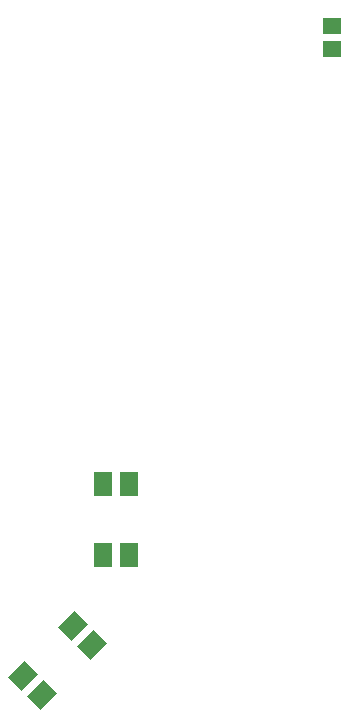
<source format=gbp>
G04 Layer_Color=128*
%FSLAX25Y25*%
%MOIN*%
G70*
G01*
G75*
%ADD10R,0.05906X0.05512*%
%ADD11R,0.06299X0.07874*%
G04:AMPARAMS|DCode=12|XSize=78.74mil|YSize=62.99mil|CornerRadius=0mil|HoleSize=0mil|Usage=FLASHONLY|Rotation=225.000|XOffset=0mil|YOffset=0mil|HoleType=Round|Shape=Rectangle|*
%AMROTATEDRECTD12*
4,1,4,0.00557,0.05011,0.05011,0.00557,-0.00557,-0.05011,-0.05011,-0.00557,0.00557,0.05011,0.0*
%
%ADD12ROTATEDRECTD12*%

D10*
X72063Y192087D02*
D03*
Y184213D02*
D03*
D11*
X4331Y39370D02*
D03*
Y15748D02*
D03*
X-4331Y39370D02*
D03*
X-4331Y15748D02*
D03*
D12*
X-30901Y-24776D02*
D03*
X-14198Y-8073D02*
D03*
X-24777Y-30901D02*
D03*
X-8073Y-14198D02*
D03*
M02*

</source>
